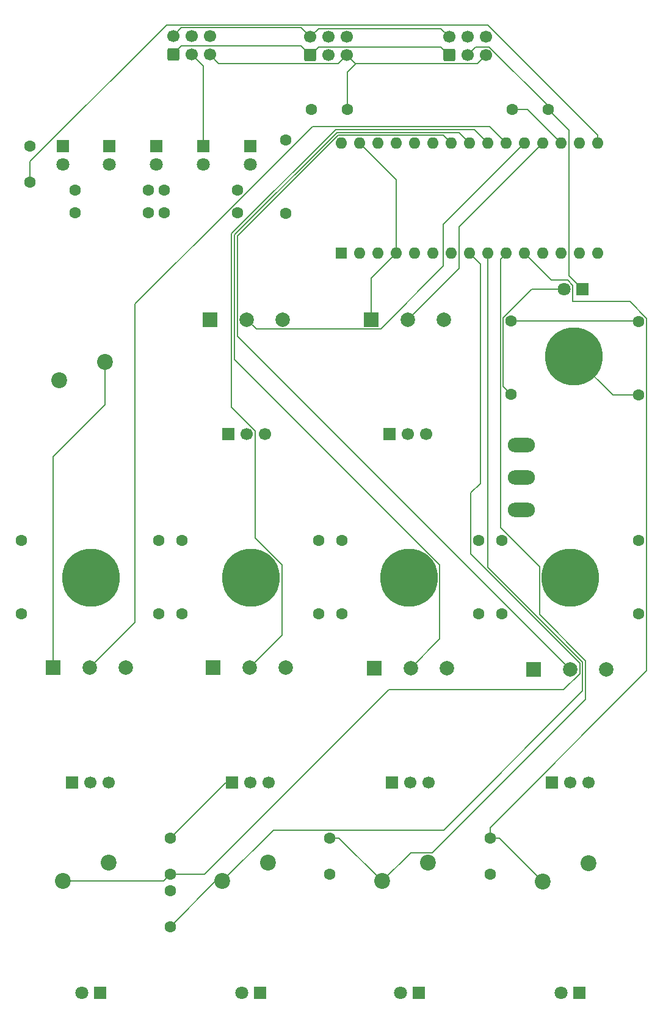
<source format=gbr>
%TF.GenerationSoftware,KiCad,Pcbnew,9.0.6*%
%TF.CreationDate,2026-01-21T23:10:30+11:00*%
%TF.ProjectId,pattern-sequencer,70617474-6572-46e2-9d73-657175656e63,rev?*%
%TF.SameCoordinates,Original*%
%TF.FileFunction,Copper,L1,Top*%
%TF.FilePolarity,Positive*%
%FSLAX46Y46*%
G04 Gerber Fmt 4.6, Leading zero omitted, Abs format (unit mm)*
G04 Created by KiCad (PCBNEW 9.0.6) date 2026-01-21 23:10:30*
%MOMM*%
%LPD*%
G01*
G04 APERTURE LIST*
G04 Aperture macros list*
%AMRoundRect*
0 Rectangle with rounded corners*
0 $1 Rounding radius*
0 $2 $3 $4 $5 $6 $7 $8 $9 X,Y pos of 4 corners*
0 Add a 4 corners polygon primitive as box body*
4,1,4,$2,$3,$4,$5,$6,$7,$8,$9,$2,$3,0*
0 Add four circle primitives for the rounded corners*
1,1,$1+$1,$2,$3*
1,1,$1+$1,$4,$5*
1,1,$1+$1,$6,$7*
1,1,$1+$1,$8,$9*
0 Add four rect primitives between the rounded corners*
20,1,$1+$1,$2,$3,$4,$5,0*
20,1,$1+$1,$4,$5,$6,$7,0*
20,1,$1+$1,$6,$7,$8,$9,0*
20,1,$1+$1,$8,$9,$2,$3,0*%
G04 Aperture macros list end*
%TA.AperFunction,ComponentPad*%
%ADD10C,2.200000*%
%TD*%
%TA.AperFunction,ComponentPad*%
%ADD11R,1.800000X1.800000*%
%TD*%
%TA.AperFunction,ComponentPad*%
%ADD12C,1.800000*%
%TD*%
%TA.AperFunction,ComponentPad*%
%ADD13C,1.600000*%
%TD*%
%TA.AperFunction,ComponentPad*%
%ADD14RoundRect,0.250000X0.600000X-0.600000X0.600000X0.600000X-0.600000X0.600000X-0.600000X-0.600000X0*%
%TD*%
%TA.AperFunction,ComponentPad*%
%ADD15C,1.700000*%
%TD*%
%TA.AperFunction,ComponentPad*%
%ADD16R,2.000000X2.000000*%
%TD*%
%TA.AperFunction,ComponentPad*%
%ADD17C,2.000000*%
%TD*%
%TA.AperFunction,ComponentPad*%
%ADD18R,1.700000X1.700000*%
%TD*%
%TA.AperFunction,ComponentPad*%
%ADD19C,8.000000*%
%TD*%
%TA.AperFunction,ComponentPad*%
%ADD20R,1.600000X1.600000*%
%TD*%
%TA.AperFunction,ComponentPad*%
%ADD21O,1.600000X1.600000*%
%TD*%
%TA.AperFunction,ComponentPad*%
%ADD22O,3.750000X2.000000*%
%TD*%
%TA.AperFunction,Conductor*%
%ADD23C,0.200000*%
%TD*%
G04 APERTURE END LIST*
D10*
%TO.P,SW2,1,1*%
%TO.N,GND*%
X97650000Y-140160000D03*
%TO.P,SW2,2,2*%
%TO.N,Net-(A1-D6)*%
X91300000Y-142700000D03*
%TD*%
D11*
%TO.P,D8,1,K*%
%TO.N,GND*%
X82200000Y-40925000D03*
D12*
%TO.P,D8,2,A*%
%TO.N,Net-(D8-A)*%
X82200000Y-43465000D03*
%TD*%
D13*
%TO.P,R7,1*%
%TO.N,Net-(D4-A)*%
X130100000Y-105680000D03*
%TO.P,R7,2*%
%TO.N,Net-(A1-D9)*%
X130100000Y-95520000D03*
%TD*%
%TO.P,R6,1*%
%TO.N,Net-(J8-Pin_1)*%
X126900000Y-105680000D03*
%TO.P,R6,2*%
%TO.N,Net-(A1-D10)*%
X126900000Y-95520000D03*
%TD*%
%TO.P,C5,1*%
%TO.N,Net-(A1-D8)*%
X128500000Y-136700000D03*
%TO.P,C5,2*%
%TO.N,GND*%
X128500000Y-141700000D03*
%TD*%
D14*
%TO.P,J1,1,Pin_1*%
%TO.N,12V*%
X84520000Y-28200000D03*
D15*
%TO.P,J1,2,Pin_2*%
%TO.N,-12V*%
X84520000Y-25660000D03*
%TO.P,J1,3,Pin_3*%
%TO.N,GND*%
X87060000Y-28200000D03*
%TO.P,J1,4,Pin_4*%
X87060000Y-25660000D03*
%TO.P,J1,5,Pin_5*%
%TO.N,5V*%
X89600000Y-28200000D03*
%TO.P,J1,6,Pin_6*%
%TO.N,unconnected-(J1-Pin_6-Pad6)*%
X89600000Y-25660000D03*
%TD*%
D16*
%TO.P,J14,1,Pin_1*%
%TO.N,GND*%
X134520000Y-113400000D03*
D17*
%TO.P,J14,2,Pin_2*%
%TO.N,Net-(A1-A5)*%
X139600000Y-113400000D03*
%TO.P,J14,3,Pin_3*%
%TO.N,5V*%
X144600000Y-113400000D03*
%TD*%
D13*
%TO.P,C6,1*%
%TO.N,Net-(A1-D13)*%
X64700000Y-45900000D03*
%TO.P,C6,2*%
%TO.N,GND*%
X64700000Y-40900000D03*
%TD*%
%TO.P,R11,1*%
%TO.N,Net-(D6-A)*%
X70920000Y-46985000D03*
%TO.P,R11,2*%
%TO.N,Net-(A1-D0{slash}RX)*%
X81080000Y-46985000D03*
%TD*%
%TO.P,R3,1*%
%TO.N,Net-(D2-A)*%
X85700000Y-105700000D03*
%TO.P,R3,2*%
%TO.N,Net-(A1-D11)*%
X85700000Y-95540000D03*
%TD*%
D10*
%TO.P,SW1,1,1*%
%TO.N,GND*%
X75600000Y-140100000D03*
%TO.P,SW1,2,2*%
%TO.N,Net-(A1-D5)*%
X69250000Y-142640000D03*
%TD*%
D11*
%TO.P,D6,1,K*%
%TO.N,GND*%
X69200000Y-40925000D03*
D12*
%TO.P,D6,2,A*%
%TO.N,Net-(D6-A)*%
X69200000Y-43465000D03*
%TD*%
D13*
%TO.P,R14,1*%
%TO.N,Net-(D9-A)*%
X83320000Y-50085000D03*
%TO.P,R14,2*%
%TO.N,Net-(A1-D3)*%
X93480000Y-50085000D03*
%TD*%
%TO.P,C2,1*%
%TO.N,Net-(A1-D5)*%
X84100000Y-141700000D03*
%TO.P,C2,2*%
%TO.N,GND*%
X84100000Y-136700000D03*
%TD*%
%TO.P,R8,1*%
%TO.N,Net-(J9-Pin_1)*%
X149100000Y-105700000D03*
%TO.P,R8,2*%
%TO.N,Net-(A1-D9)*%
X149100000Y-95540000D03*
%TD*%
D11*
%TO.P,D4,1,K*%
%TO.N,GND*%
X140875000Y-158200000D03*
D12*
%TO.P,D4,2,A*%
%TO.N,Net-(D4-A)*%
X138335000Y-158200000D03*
%TD*%
D13*
%TO.P,R5,1*%
%TO.N,Net-(D3-A)*%
X107900000Y-105700000D03*
%TO.P,R5,2*%
%TO.N,Net-(A1-D10)*%
X107900000Y-95540000D03*
%TD*%
D14*
%TO.P,J3,1,Pin_1*%
%TO.N,12V*%
X122800000Y-28300000D03*
D15*
%TO.P,J3,2,Pin_2*%
%TO.N,-12V*%
X122800000Y-25760000D03*
%TO.P,J3,3,Pin_3*%
%TO.N,GND*%
X125340000Y-28300000D03*
%TO.P,J3,4,Pin_4*%
X125340000Y-25760000D03*
%TO.P,J3,5,Pin_5*%
%TO.N,5V*%
X127880000Y-28300000D03*
%TO.P,J3,6,Pin_6*%
%TO.N,unconnected-(J3-Pin_6-Pad6)*%
X127880000Y-25760000D03*
%TD*%
D10*
%TO.P,SW3,1,1*%
%TO.N,GND*%
X119860000Y-140160000D03*
%TO.P,SW3,2,2*%
%TO.N,Net-(A1-D7)*%
X113510000Y-142700000D03*
%TD*%
D13*
%TO.P,R10,1*%
%TO.N,Net-(A1-A7)*%
X149100000Y-65220000D03*
%TO.P,R10,2*%
%TO.N,Net-(J4-Pin_1)*%
X149100000Y-75380000D03*
%TD*%
D16*
%TO.P,J10,1,Pin_1*%
%TO.N,GND*%
X89660000Y-64900000D03*
D17*
%TO.P,J10,2,Pin_2*%
%TO.N,Net-(A1-A1)*%
X94740000Y-64900000D03*
%TO.P,J10,3,Pin_3*%
%TO.N,5V*%
X99740000Y-64900000D03*
%TD*%
D13*
%TO.P,C3,1*%
%TO.N,Net-(A1-D6)*%
X84100000Y-149000000D03*
%TO.P,C3,2*%
%TO.N,GND*%
X84100000Y-144000000D03*
%TD*%
D11*
%TO.P,D5,1,K*%
%TO.N,GND*%
X141300000Y-60680000D03*
D12*
%TO.P,D5,2,A*%
%TO.N,Net-(D5-A)*%
X138760000Y-60680000D03*
%TD*%
D16*
%TO.P,J5,1,Pin_1*%
%TO.N,GND*%
X112020000Y-64900000D03*
D17*
%TO.P,J5,2,Pin_2*%
%TO.N,Net-(A1-A0)*%
X117100000Y-64900000D03*
%TO.P,J5,3,Pin_3*%
%TO.N,5V*%
X122100000Y-64900000D03*
%TD*%
D18*
%TO.P,RV2,1,1*%
%TO.N,GND*%
X92200000Y-80812500D03*
D15*
%TO.P,RV2,2,2*%
%TO.N,Net-(A1-A1)*%
X94740000Y-80812500D03*
%TO.P,RV2,3,3*%
%TO.N,5V*%
X97280000Y-80812500D03*
%TD*%
D11*
%TO.P,D3,1,K*%
%TO.N,GND*%
X118575000Y-158200000D03*
D12*
%TO.P,D3,2,A*%
%TO.N,Net-(D3-A)*%
X116035000Y-158200000D03*
%TD*%
D11*
%TO.P,D10,1,K*%
%TO.N,GND*%
X95200000Y-40925000D03*
D12*
%TO.P,D10,2,A*%
%TO.N,Net-(D10-A)*%
X95200000Y-43465000D03*
%TD*%
D10*
%TO.P,SW5,1,1*%
%TO.N,GND*%
X75100000Y-70820000D03*
%TO.P,SW5,2,2*%
%TO.N,Net-(A1-D13)*%
X68750000Y-73360000D03*
%TD*%
D13*
%TO.P,R13,1*%
%TO.N,Net-(D8-A)*%
X83320000Y-46985000D03*
%TO.P,R13,2*%
%TO.N,Net-(A1-D2)*%
X93480000Y-46985000D03*
%TD*%
%TO.P,R4,1*%
%TO.N,Net-(J7-Pin_1)*%
X104700000Y-105700000D03*
%TO.P,R4,2*%
%TO.N,Net-(A1-D11)*%
X104700000Y-95540000D03*
%TD*%
D19*
%TO.P,J8,1,Pin_1*%
%TO.N,Net-(J8-Pin_1)*%
X117200000Y-100700000D03*
%TD*%
D18*
%TO.P,RV4,1,1*%
%TO.N,GND*%
X92660000Y-129000000D03*
D15*
%TO.P,RV4,2,2*%
%TO.N,Net-(A1-A3)*%
X95200000Y-129000000D03*
%TO.P,RV4,3,3*%
%TO.N,5V*%
X97740000Y-129000000D03*
%TD*%
D19*
%TO.P,J6,1,Pin_1*%
%TO.N,Net-(J6-Pin_1)*%
X73100000Y-100700000D03*
%TD*%
D11*
%TO.P,D2,1,K*%
%TO.N,GND*%
X96550000Y-158200000D03*
D12*
%TO.P,D2,2,A*%
%TO.N,Net-(D2-A)*%
X94010000Y-158200000D03*
%TD*%
D13*
%TO.P,R12,1*%
%TO.N,Net-(D7-A)*%
X70920000Y-50085000D03*
%TO.P,R12,2*%
%TO.N,Net-(A1-D1{slash}TX)*%
X81080000Y-50085000D03*
%TD*%
%TO.P,R2,1*%
%TO.N,Net-(J6-Pin_1)*%
X82500000Y-105700000D03*
%TO.P,R2,2*%
%TO.N,Net-(A1-D12)*%
X82500000Y-95540000D03*
%TD*%
%TO.P,R15,1*%
%TO.N,Net-(D10-A)*%
X100100000Y-50185000D03*
%TO.P,R15,2*%
%TO.N,Net-(A1-D4)*%
X100100000Y-40025000D03*
%TD*%
D10*
%TO.P,SW4,1,1*%
%TO.N,GND*%
X142150000Y-140200000D03*
%TO.P,SW4,2,2*%
%TO.N,Net-(A1-D8)*%
X135800000Y-142740000D03*
%TD*%
D18*
%TO.P,RV5,1,1*%
%TO.N,GND*%
X114860000Y-129000000D03*
D15*
%TO.P,RV5,2,2*%
%TO.N,Net-(A1-A4)*%
X117400000Y-129000000D03*
%TO.P,RV5,3,3*%
%TO.N,5V*%
X119940000Y-129000000D03*
%TD*%
D13*
%TO.P,C7,1*%
%TO.N,GND*%
X103720000Y-35800000D03*
%TO.P,C7,2*%
%TO.N,5V*%
X108720000Y-35800000D03*
%TD*%
D11*
%TO.P,D1,1,K*%
%TO.N,GND*%
X74375000Y-158200000D03*
D12*
%TO.P,D1,2,A*%
%TO.N,Net-(D1-A)*%
X71835000Y-158200000D03*
%TD*%
D13*
%TO.P,R1,1*%
%TO.N,Net-(D1-A)*%
X63500000Y-105680000D03*
%TO.P,R1,2*%
%TO.N,Net-(A1-D12)*%
X63500000Y-95520000D03*
%TD*%
%TO.P,R9,1*%
%TO.N,Net-(D5-A)*%
X131400000Y-75280000D03*
%TO.P,R9,2*%
%TO.N,Net-(A1-A7)*%
X131400000Y-65120000D03*
%TD*%
%TO.P,C1,1*%
%TO.N,GND*%
X136520000Y-35800000D03*
%TO.P,C1,2*%
%TO.N,Net-(A1-AREF)*%
X131520000Y-35800000D03*
%TD*%
D16*
%TO.P,J11,1,Pin_1*%
%TO.N,GND*%
X67870000Y-113112500D03*
D17*
%TO.P,J11,2,Pin_2*%
%TO.N,Net-(A1-A2)*%
X72950000Y-113112500D03*
%TO.P,J11,3,Pin_3*%
%TO.N,5V*%
X77950000Y-113112500D03*
%TD*%
D20*
%TO.P,A1,1,D1/TX*%
%TO.N,Net-(A1-D1{slash}TX)*%
X107860000Y-55740000D03*
D21*
%TO.P,A1,2,D0/RX*%
%TO.N,Net-(A1-D0{slash}RX)*%
X110400000Y-55740000D03*
%TO.P,A1,3,~{RESET}*%
%TO.N,unconnected-(A1-~{RESET}-Pad3)*%
X112940000Y-55740000D03*
%TO.P,A1,4,GND*%
%TO.N,GND*%
X115480000Y-55740000D03*
%TO.P,A1,5,D2*%
%TO.N,Net-(A1-D2)*%
X118020000Y-55740000D03*
%TO.P,A1,6,D3*%
%TO.N,Net-(A1-D3)*%
X120560000Y-55740000D03*
%TO.P,A1,7,D4*%
%TO.N,Net-(A1-D4)*%
X123100000Y-55740000D03*
%TO.P,A1,8,D5*%
%TO.N,Net-(A1-D5)*%
X125640000Y-55740000D03*
%TO.P,A1,9,D6*%
%TO.N,Net-(A1-D6)*%
X128180000Y-55740000D03*
%TO.P,A1,10,D7*%
%TO.N,Net-(A1-D7)*%
X130720000Y-55740000D03*
%TO.P,A1,11,D8*%
%TO.N,Net-(A1-D8)*%
X133260000Y-55740000D03*
%TO.P,A1,12,D9*%
%TO.N,Net-(A1-D9)*%
X135800000Y-55740000D03*
%TO.P,A1,13,D10*%
%TO.N,Net-(A1-D10)*%
X138340000Y-55740000D03*
%TO.P,A1,14,D11*%
%TO.N,Net-(A1-D11)*%
X140880000Y-55740000D03*
%TO.P,A1,15,D12*%
%TO.N,Net-(A1-D12)*%
X143420000Y-55740000D03*
%TO.P,A1,16,D13*%
%TO.N,Net-(A1-D13)*%
X143420000Y-40500000D03*
%TO.P,A1,17,3V3*%
%TO.N,unconnected-(A1-3V3-Pad17)*%
X140880000Y-40500000D03*
%TO.P,A1,18,AREF*%
%TO.N,Net-(A1-AREF)*%
X138340000Y-40500000D03*
%TO.P,A1,19,A0*%
%TO.N,Net-(A1-A0)*%
X135800000Y-40500000D03*
%TO.P,A1,20,A1*%
%TO.N,Net-(A1-A1)*%
X133260000Y-40500000D03*
%TO.P,A1,21,A2*%
%TO.N,Net-(A1-A2)*%
X130720000Y-40500000D03*
%TO.P,A1,22,A3*%
%TO.N,Net-(A1-A3)*%
X128180000Y-40500000D03*
%TO.P,A1,23,A4*%
%TO.N,Net-(A1-A4)*%
X125640000Y-40500000D03*
%TO.P,A1,24,A5*%
%TO.N,Net-(A1-A5)*%
X123100000Y-40500000D03*
%TO.P,A1,25,A6*%
%TO.N,Net-(A1-A6)*%
X120560000Y-40500000D03*
%TO.P,A1,26,A7*%
%TO.N,Net-(A1-A7)*%
X118020000Y-40500000D03*
%TO.P,A1,27,+5V*%
%TO.N,5V*%
X115480000Y-40500000D03*
%TO.P,A1,28,~{RESET}*%
%TO.N,unconnected-(A1-~{RESET}-Pad28)*%
X112940000Y-40500000D03*
%TO.P,A1,29,GND*%
%TO.N,GND*%
X110400000Y-40500000D03*
%TO.P,A1,30,VIN*%
%TO.N,unconnected-(A1-VIN-Pad30)*%
X107860000Y-40500000D03*
%TD*%
D18*
%TO.P,RV6,1,1*%
%TO.N,GND*%
X137060000Y-129000000D03*
D15*
%TO.P,RV6,2,2*%
%TO.N,Net-(A1-A5)*%
X139600000Y-129000000D03*
%TO.P,RV6,3,3*%
%TO.N,5V*%
X142140000Y-129000000D03*
%TD*%
D22*
%TO.P,SW6,1,C*%
%TO.N,unconnected-(SW6-C-Pad1)*%
X132800000Y-82300000D03*
%TO.P,SW6,2,B*%
%TO.N,Net-(A1-A6)*%
X132800000Y-86800000D03*
%TO.P,SW6,3,A*%
%TO.N,GND*%
X132800000Y-91300000D03*
%TD*%
D13*
%TO.P,C4,1*%
%TO.N,Net-(A1-D7)*%
X106200000Y-136700000D03*
%TO.P,C4,2*%
%TO.N,GND*%
X106200000Y-141700000D03*
%TD*%
D19*
%TO.P,J9,1,Pin_1*%
%TO.N,Net-(J9-Pin_1)*%
X139624938Y-100700000D03*
%TD*%
D11*
%TO.P,D9,1,K*%
%TO.N,GND*%
X88700000Y-40925000D03*
D12*
%TO.P,D9,2,A*%
%TO.N,Net-(D9-A)*%
X88700000Y-43465000D03*
%TD*%
D18*
%TO.P,RV3,1,1*%
%TO.N,GND*%
X70460000Y-129000000D03*
D15*
%TO.P,RV3,2,2*%
%TO.N,Net-(A1-A2)*%
X73000000Y-129000000D03*
%TO.P,RV3,3,3*%
%TO.N,5V*%
X75540000Y-129000000D03*
%TD*%
D16*
%TO.P,J12,1,Pin_1*%
%TO.N,GND*%
X90070000Y-113112500D03*
D17*
%TO.P,J12,2,Pin_2*%
%TO.N,Net-(A1-A3)*%
X95150000Y-113112500D03*
%TO.P,J12,3,Pin_3*%
%TO.N,5V*%
X100150000Y-113112500D03*
%TD*%
D14*
%TO.P,J2,1,Pin_1*%
%TO.N,12V*%
X103520000Y-28300000D03*
D15*
%TO.P,J2,2,Pin_2*%
%TO.N,-12V*%
X103520000Y-25760000D03*
%TO.P,J2,3,Pin_3*%
%TO.N,GND*%
X106060000Y-28300000D03*
%TO.P,J2,4,Pin_4*%
X106060000Y-25760000D03*
%TO.P,J2,5,Pin_5*%
%TO.N,5V*%
X108600000Y-28300000D03*
%TO.P,J2,6,Pin_6*%
%TO.N,unconnected-(J2-Pin_6-Pad6)*%
X108600000Y-25760000D03*
%TD*%
D16*
%TO.P,J13,1,Pin_1*%
%TO.N,GND*%
X112370000Y-113212500D03*
D17*
%TO.P,J13,2,Pin_2*%
%TO.N,Net-(A1-A4)*%
X117450000Y-113212500D03*
%TO.P,J13,3,Pin_3*%
%TO.N,5V*%
X122450000Y-113212500D03*
%TD*%
D19*
%TO.P,J4,1,Pin_1*%
%TO.N,Net-(J4-Pin_1)*%
X140100000Y-70000000D03*
%TD*%
D11*
%TO.P,D7,1,K*%
%TO.N,GND*%
X75700000Y-40925000D03*
D12*
%TO.P,D7,2,A*%
%TO.N,Net-(D7-A)*%
X75700000Y-43465000D03*
%TD*%
D19*
%TO.P,J7,1,Pin_1*%
%TO.N,Net-(J7-Pin_1)*%
X95300000Y-100700000D03*
%TD*%
D18*
%TO.P,RV1,1,1*%
%TO.N,GND*%
X114560000Y-80800000D03*
D15*
%TO.P,RV1,2,2*%
%TO.N,Net-(A1-A0)*%
X117100000Y-80800000D03*
%TO.P,RV1,3,3*%
%TO.N,5V*%
X119640000Y-80800000D03*
%TD*%
D23*
%TO.N,Net-(A1-D5)*%
X69250000Y-142640000D02*
X83160000Y-142640000D01*
X140901000Y-112501000D02*
X140901000Y-113938892D01*
X88900000Y-141700000D02*
X84100000Y-141700000D01*
X125799000Y-88902000D02*
X125799000Y-97399000D01*
X83160000Y-142640000D02*
X84100000Y-141700000D01*
X138640892Y-116199000D02*
X114401000Y-116199000D01*
X125640000Y-55740000D02*
X127101000Y-57201000D01*
X114401000Y-116199000D02*
X88900000Y-141700000D01*
X140901000Y-113938892D02*
X138640892Y-116199000D01*
X125799000Y-97399000D02*
X140901000Y-112501000D01*
X127101000Y-57201000D02*
X127101000Y-87600000D01*
X127101000Y-87600000D02*
X125799000Y-88902000D01*
%TO.N,5V*%
X126729000Y-29451000D02*
X127880000Y-28300000D01*
X108600000Y-28300000D02*
X109751000Y-29451000D01*
X108720000Y-35800000D02*
X108720000Y-30631000D01*
X90851000Y-29451000D02*
X107449000Y-29451000D01*
X109900000Y-29451000D02*
X126729000Y-29451000D01*
X107449000Y-29451000D02*
X108600000Y-28300000D01*
X108720000Y-30631000D02*
X109900000Y-29451000D01*
X109751000Y-29451000D02*
X109900000Y-29451000D01*
X89600000Y-28200000D02*
X90851000Y-29451000D01*
%TO.N,Net-(A1-A0)*%
X124200000Y-57800000D02*
X117100000Y-64900000D01*
X124200000Y-52100000D02*
X124200000Y-57800000D01*
X135800000Y-40500000D02*
X124200000Y-52100000D01*
%TO.N,Net-(A1-D6)*%
X128180000Y-55740000D02*
X128180000Y-99212900D01*
X98401000Y-135599000D02*
X91300000Y-142700000D01*
X141302000Y-116365100D02*
X122068100Y-135599000D01*
X84100000Y-149000000D02*
X90400000Y-142700000D01*
X90400000Y-142700000D02*
X91300000Y-142700000D01*
X122068100Y-135599000D02*
X98401000Y-135599000D01*
X128180000Y-99212900D02*
X141302000Y-112334900D01*
X141302000Y-112334900D02*
X141302000Y-116365100D01*
%TO.N,Net-(A1-A5)*%
X93439000Y-53363950D02*
X93439000Y-67239000D01*
X123100000Y-40500000D02*
X121999000Y-39399000D01*
X121999000Y-39399000D02*
X107403950Y-39399000D01*
X107403950Y-39399000D02*
X93439000Y-53363950D01*
X93439000Y-67239000D02*
X139600000Y-113400000D01*
%TO.N,Net-(A1-A7)*%
X131400000Y-65120000D02*
X149000000Y-65120000D01*
X149000000Y-65120000D02*
X149100000Y-65220000D01*
%TO.N,Net-(A1-A4)*%
X93038000Y-53197850D02*
X93038000Y-70455467D01*
X121501000Y-98918467D02*
X121501000Y-109161500D01*
X121501000Y-109161500D02*
X117450000Y-113212500D01*
X107237850Y-38998000D02*
X93038000Y-53197850D01*
X124138000Y-38998000D02*
X107237850Y-38998000D01*
X125640000Y-40500000D02*
X124138000Y-38998000D01*
X93038000Y-70455467D02*
X121501000Y-98918467D01*
%TO.N,GND*%
X139441000Y-58821000D02*
X141300000Y-60680000D01*
X67870000Y-83914816D02*
X75100000Y-76684816D01*
X115480000Y-55740000D02*
X115480000Y-45580000D01*
X67870000Y-113112500D02*
X67870000Y-83914816D01*
X112020000Y-59200000D02*
X115480000Y-55740000D01*
X115480000Y-45580000D02*
X110400000Y-40500000D01*
X88700000Y-29840000D02*
X88700000Y-40925000D01*
X128356760Y-27149000D02*
X136520000Y-35312240D01*
X126491000Y-27149000D02*
X128356760Y-27149000D01*
X136520000Y-35312240D02*
X136520000Y-35800000D01*
X91800000Y-129000000D02*
X92660000Y-129000000D01*
X75100000Y-76684816D02*
X75100000Y-70820000D01*
X84100000Y-136700000D02*
X91800000Y-129000000D01*
X125340000Y-28300000D02*
X126491000Y-27149000D01*
X136520000Y-35800000D02*
X139441000Y-38721000D01*
X112020000Y-64900000D02*
X112020000Y-59200000D01*
X139441000Y-38721000D02*
X139441000Y-58821000D01*
X87060000Y-28200000D02*
X88700000Y-29840000D01*
%TO.N,Net-(A1-D7)*%
X141703000Y-112168800D02*
X141703000Y-117496314D01*
X120440314Y-138759000D02*
X117451000Y-138759000D01*
X135323938Y-105789738D02*
X141703000Y-112168800D01*
X141703000Y-117496314D02*
X120440314Y-138759000D01*
X135323938Y-99186888D02*
X135323938Y-105789738D01*
X107510000Y-136700000D02*
X113510000Y-142700000D01*
X106200000Y-136700000D02*
X107510000Y-136700000D01*
X129898000Y-56562000D02*
X129898000Y-93760950D01*
X129898000Y-93760950D02*
X135323938Y-99186888D01*
X117451000Y-138759000D02*
X113510000Y-142700000D01*
X130720000Y-55740000D02*
X129898000Y-56562000D01*
%TO.N,Net-(A1-A2)*%
X79251000Y-62756950D02*
X79251000Y-106811500D01*
X93023950Y-48984000D02*
X79251000Y-62756950D01*
X93038050Y-48984000D02*
X93023950Y-48984000D01*
X79251000Y-106811500D02*
X72950000Y-113112500D01*
X103826050Y-38196000D02*
X93038050Y-48984000D01*
X128416000Y-38196000D02*
X103826050Y-38196000D01*
X130720000Y-40500000D02*
X128416000Y-38196000D01*
%TO.N,Net-(A1-A3)*%
X95891000Y-95208467D02*
X99601000Y-98918467D01*
X95891000Y-80335740D02*
X95891000Y-95208467D01*
X92637000Y-77081740D02*
X95891000Y-80335740D01*
X92637000Y-53031750D02*
X92637000Y-77081740D01*
X99601000Y-108661500D02*
X95150000Y-113112500D01*
X107071750Y-38597000D02*
X92637000Y-53031750D01*
X126277000Y-38597000D02*
X107071750Y-38597000D01*
X128180000Y-40500000D02*
X126277000Y-38597000D01*
X99601000Y-98918467D02*
X99601000Y-108661500D01*
%TO.N,Net-(A1-D8)*%
X133260000Y-55740000D02*
X136999000Y-59479000D01*
X136999000Y-59479000D02*
X139257471Y-59479000D01*
X129760000Y-136700000D02*
X128500000Y-136700000D01*
X139257471Y-59479000D02*
X139961000Y-60182529D01*
X128500000Y-135258000D02*
X128500000Y-136700000D01*
X147878050Y-62441000D02*
X150201000Y-64763950D01*
X150201000Y-64763950D02*
X150201000Y-113557000D01*
X135800000Y-142740000D02*
X129760000Y-136700000D01*
X139961000Y-62441000D02*
X147878050Y-62441000D01*
X139961000Y-60182529D02*
X139961000Y-62441000D01*
X150201000Y-113557000D02*
X128500000Y-135258000D01*
%TO.N,Net-(A1-A1)*%
X121999000Y-51761000D02*
X121999000Y-57523000D01*
X96041000Y-66201000D02*
X94740000Y-64900000D01*
X113321000Y-66201000D02*
X96041000Y-66201000D01*
X121999000Y-57523000D02*
X113321000Y-66201000D01*
X133260000Y-40500000D02*
X121999000Y-51761000D01*
%TO.N,Net-(A1-AREF)*%
X133640000Y-35800000D02*
X138340000Y-40500000D01*
X131520000Y-35800000D02*
X133640000Y-35800000D01*
%TO.N,Net-(A1-D13)*%
X64700000Y-43023000D02*
X64700000Y-45900000D01*
X83615000Y-24108000D02*
X64700000Y-43023000D01*
X128159370Y-24108000D02*
X83615000Y-24108000D01*
X143420000Y-39368630D02*
X128159370Y-24108000D01*
X143420000Y-40500000D02*
X143420000Y-39368630D01*
%TO.N,12V*%
X104671000Y-27149000D02*
X121649000Y-27149000D01*
X85671000Y-27049000D02*
X102269000Y-27049000D01*
X102269000Y-27049000D02*
X103520000Y-28300000D01*
X84520000Y-28200000D02*
X85671000Y-27049000D01*
X103520000Y-28300000D02*
X104671000Y-27149000D01*
X121649000Y-27149000D02*
X122800000Y-28300000D01*
%TO.N,-12V*%
X103520000Y-25760000D02*
X104671000Y-24609000D01*
X121649000Y-24609000D02*
X122800000Y-25760000D01*
X84520000Y-25660000D02*
X85671000Y-24509000D01*
X85671000Y-24509000D02*
X102269000Y-24509000D01*
X102269000Y-24509000D02*
X103520000Y-25760000D01*
X104671000Y-24609000D02*
X121649000Y-24609000D01*
%TO.N,Net-(D5-A)*%
X131400000Y-75280000D02*
X130299000Y-74179000D01*
X134282950Y-60680000D02*
X138760000Y-60680000D01*
X130299000Y-74179000D02*
X130299000Y-64663950D01*
X130299000Y-64663950D02*
X134282950Y-60680000D01*
%TO.N,Net-(J4-Pin_1)*%
X145480000Y-75380000D02*
X140100000Y-70000000D01*
X149100000Y-75380000D02*
X145480000Y-75380000D01*
%TD*%
M02*

</source>
